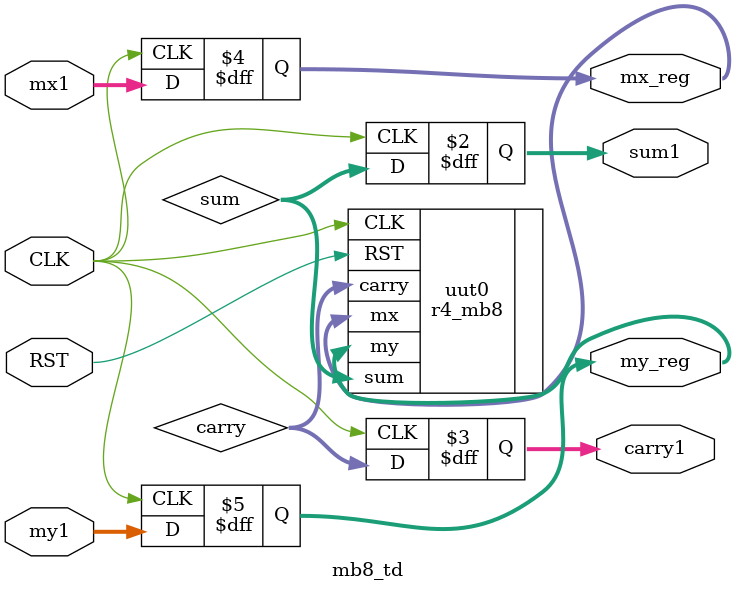
<source format=v>
`timescale 1ns / 1ps
module mb8_td (mx1, my1, CLK, RST, sum1,carry1, mx_reg, my_reg);
parameter WIDTH=8;   
input wire [WIDTH-1:0] mx1;
input wire [WIDTH-1:0] my1;
input wire CLK;
input wire RST;
output reg [(2*WIDTH)-1:0] sum1;
output reg [(2*WIDTH)-1:0] carry1;
output reg [WIDTH-1:0] mx_reg;
output reg [WIDTH-1:0] my_reg;


//wire [(2*WIDTH)-1:0] product;
wire [(2*WIDTH)-1:0] sum;
wire [(2*WIDTH)-1:0] carry;

always@ (posedge CLK)
begin
mx_reg<=mx1;
my_reg<=my1;
sum1<=sum;
carry1<=carry;
//product1<=product;
end
r4_mb8 uut0 (
		.mx(mx_reg), 
		.my(my_reg),
		.CLK(CLK), 
		.RST(RST), 
		.sum(sum),
		.carry(carry)
	);


endmodule

</source>
